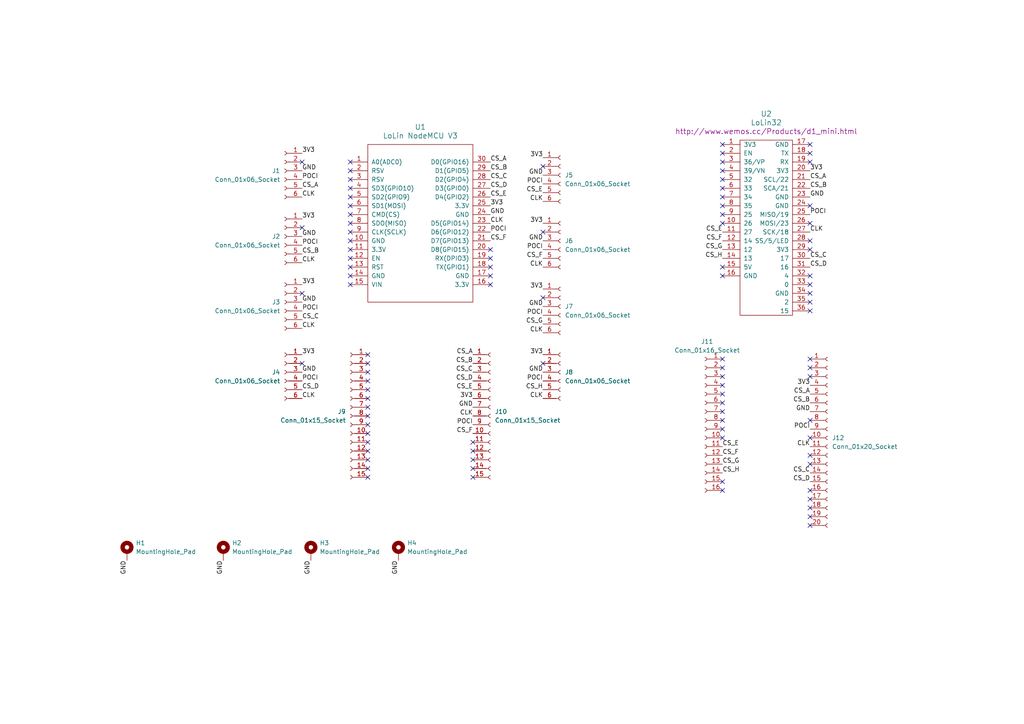
<source format=kicad_sch>
(kicad_sch (version 20230121) (generator eeschema)
  (paper "A4")
  (lib_symbols
    (symbol "Connector:Conn_01x06_Socket" (pin_names (offset 1.016) hide)
      (property "Reference" "J" (at 0 7.62 0))
      (property "Value" "Conn_01x06_Socket" (at 0 -10.16 0))
      (symbol "Conn_01x06_Socket_1_1"
        (arc (start 0 -7.112) (mid -0.5058 -7.62) (end 0 -8.128) (stroke (width 0.1524)))
        (arc (start 0 -4.572) (mid -0.5058 -5.08) (end 0 -5.588) (stroke (width 0.1524)))
        (arc (start 0 -2.032) (mid -0.5058 -2.54) (end 0 -3.048) (stroke (width 0.1524)))
        (polyline (pts (xy -1.27 -7.62) (xy -0.508 -7.62)) (stroke (width 0.1524)))
        (polyline (pts (xy -1.27 -5.08) (xy -0.508 -5.08)) (stroke (width 0.1524)))
        (polyline (pts (xy -1.27 -2.54) (xy -0.508 -2.54)) (stroke (width 0.1524)))
        (polyline (pts (xy -1.27 0) (xy -0.508 0)) (stroke (width 0.1524)))
        (polyline (pts (xy -1.27 2.54) (xy -0.508 2.54)) (stroke (width 0.1524)))
        (polyline (pts (xy -1.27 5.08) (xy -0.508 5.08)) (stroke (width 0.1524)))
        (arc (start 0 0.508) (mid -0.5058 0) (end 0 -0.508) (stroke (width 0.1524)))
        (arc (start 0 3.048) (mid -0.5058 2.54) (end 0 2.032) (stroke (width 0.1524)))
        (arc (start 0 5.588) (mid -0.5058 5.08) (end 0 4.572) (stroke (width 0.1524)))
        (pin passive line (at -5.08 5.08 0) (length 3.81) (name "Pin_1") (number "1"))
        (pin passive line (at -5.08 2.54 0) (length 3.81) (name "Pin_2") (number "2"))
        (pin passive line (at -5.08 0 0) (length 3.81) (name "Pin_3") (number "3"))
        (pin passive line (at -5.08 -2.54 0) (length 3.81) (name "Pin_4") (number "4"))
        (pin passive line (at -5.08 -5.08 0) (length 3.81) (name "Pin_5") (number "5"))
        (pin passive line (at -5.08 -7.62 0) (length 3.81) (name "Pin_6") (number "6"))
      )
    )
    (symbol "Connector:Conn_01x15_Socket" (pin_names (offset 1.016) hide)
      (property "Reference" "J" (at 0 20.32 0))
      (property "Value" "Conn_01x15_Socket" (at 0 -20.32 0))
      (symbol "Conn_01x15_Socket_1_1"
        (arc (start 0 -17.272) (mid -0.5058 -17.78) (end 0 -18.288) (stroke (width 0.1524)))
        (arc (start 0 -14.732) (mid -0.5058 -15.24) (end 0 -15.748) (stroke (width 0.1524)))
        (arc (start 0 -12.192) (mid -0.5058 -12.7) (end 0 -13.208) (stroke (width 0.1524)))
        (arc (start 0 -9.652) (mid -0.5058 -10.16) (end 0 -10.668) (stroke (width 0.1524)))
        (arc (start 0 -7.112) (mid -0.5058 -7.62) (end 0 -8.128) (stroke (width 0.1524)))
        (arc (start 0 -4.572) (mid -0.5058 -5.08) (end 0 -5.588) (stroke (width 0.1524)))
        (arc (start 0 -2.032) (mid -0.5058 -2.54) (end 0 -3.048) (stroke (width 0.1524)))
        (polyline (pts (xy -1.27 -17.78) (xy -0.508 -17.78)) (stroke (width 0.1524)))
        (polyline (pts (xy -1.27 -15.24) (xy -0.508 -15.24)) (stroke (width 0.1524)))
        (polyline (pts (xy -1.27 -12.7) (xy -0.508 -12.7)) (stroke (width 0.1524)))
        (polyline (pts (xy -1.27 -10.16) (xy -0.508 -10.16)) (stroke (width 0.1524)))
        (polyline (pts (xy -1.27 -7.62) (xy -0.508 -7.62)) (stroke (width 0.1524)))
        (polyline (pts (xy -1.27 -5.08) (xy -0.508 -5.08)) (stroke (width 0.1524)))
        (polyline (pts (xy -1.27 -2.54) (xy -0.508 -2.54)) (stroke (width 0.1524)))
        (polyline (pts (xy -1.27 0) (xy -0.508 0)) (stroke (width 0.1524)))
        (polyline (pts (xy -1.27 2.54) (xy -0.508 2.54)) (stroke (width 0.1524)))
        (polyline (pts (xy -1.27 5.08) (xy -0.508 5.08)) (stroke (width 0.1524)))
        (polyline (pts (xy -1.27 7.62) (xy -0.508 7.62)) (stroke (width 0.1524)))
        (polyline (pts (xy -1.27 10.16) (xy -0.508 10.16)) (stroke (width 0.1524)))
        (polyline (pts (xy -1.27 12.7) (xy -0.508 12.7)) (stroke (width 0.1524)))
        (polyline (pts (xy -1.27 15.24) (xy -0.508 15.24)) (stroke (width 0.1524)))
        (polyline (pts (xy -1.27 17.78) (xy -0.508 17.78)) (stroke (width 0.1524)))
        (arc (start 0 0.508) (mid -0.5058 0) (end 0 -0.508) (stroke (width 0.1524)))
        (arc (start 0 3.048) (mid -0.5058 2.54) (end 0 2.032) (stroke (width 0.1524)))
        (arc (start 0 5.588) (mid -0.5058 5.08) (end 0 4.572) (stroke (width 0.1524)))
        (arc (start 0 8.128) (mid -0.5058 7.62) (end 0 7.112) (stroke (width 0.1524)))
        (arc (start 0 10.668) (mid -0.5058 10.16) (end 0 9.652) (stroke (width 0.1524)))
        (arc (start 0 13.208) (mid -0.5058 12.7) (end 0 12.192) (stroke (width 0.1524)))
        (arc (start 0 15.748) (mid -0.5058 15.24) (end 0 14.732) (stroke (width 0.1524)))
        (arc (start 0 18.288) (mid -0.5058 17.78) (end 0 17.272) (stroke (width 0.1524)))
        (pin passive line (at -5.08 17.78 0) (length 3.81) (name "Pin_1") (number "1"))
        (pin passive line (at -5.08 -5.08 0) (length 3.81) (name "Pin_10") (number "10"))
        (pin passive line (at -5.08 -7.62 0) (length 3.81) (name "Pin_11") (number "11"))
        (pin passive line (at -5.08 -10.16 0) (length 3.81) (name "Pin_12") (number "12"))
        (pin passive line (at -5.08 -12.7 0) (length 3.81) (name "Pin_13") (number "13"))
        (pin passive line (at -5.08 -15.24 0) (length 3.81) (name "Pin_14") (number "14"))
        (pin passive line (at -5.08 -17.78 0) (length 3.81) (name "Pin_15") (number "15"))
        (pin passive line (at -5.08 15.24 0) (length 3.81) (name "Pin_2") (number "2"))
        (pin passive line (at -5.08 12.7 0) (length 3.81) (name "Pin_3") (number "3"))
        (pin passive line (at -5.08 10.16 0) (length 3.81) (name "Pin_4") (number "4"))
        (pin passive line (at -5.08 7.62 0) (length 3.81) (name "Pin_5") (number "5"))
        (pin passive line (at -5.08 5.08 0) (length 3.81) (name "Pin_6") (number "6"))
        (pin passive line (at -5.08 2.54 0) (length 3.81) (name "Pin_7") (number "7"))
        (pin passive line (at -5.08 0 0) (length 3.81) (name "Pin_8") (number "8"))
        (pin passive line (at -5.08 -2.54 0) (length 3.81) (name "Pin_9") (number "9"))
      )
    )
    (symbol "Connector:Conn_01x16_Socket" (pin_names (offset 1.016) hide)
      (property "Reference" "J" (at 0 20.32 0))
      (property "Value" "Conn_01x16_Socket" (at 0 -22.86 0))
      (symbol "Conn_01x16_Socket_1_1"
        (arc (start 0 -19.812) (mid -0.5058 -20.32) (end 0 -20.828) (stroke (width 0.1524)))
        (arc (start 0 -17.272) (mid -0.5058 -17.78) (end 0 -18.288) (stroke (width 0.1524)))
        (arc (start 0 -14.732) (mid -0.5058 -15.24) (end 0 -15.748) (stroke (width 0.1524)))
        (arc (start 0 -12.192) (mid -0.5058 -12.7) (end 0 -13.208) (stroke (width 0.1524)))
        (arc (start 0 -9.652) (mid -0.5058 -10.16) (end 0 -10.668) (stroke (width 0.1524)))
        (arc (start 0 -7.112) (mid -0.5058 -7.62) (end 0 -8.128) (stroke (width 0.1524)))
        (arc (start 0 -4.572) (mid -0.5058 -5.08) (end 0 -5.588) (stroke (width 0.1524)))
        (arc (start 0 -2.032) (mid -0.5058 -2.54) (end 0 -3.048) (stroke (width 0.1524)))
        (polyline (pts (xy -1.27 -20.32) (xy -0.508 -20.32)) (stroke (width 0.1524)))
        (polyline (pts (xy -1.27 -17.78) (xy -0.508 -17.78)) (stroke (width 0.1524)))
        (polyline (pts (xy -1.27 -15.24) (xy -0.508 -15.24)) (stroke (width 0.1524)))
        (polyline (pts (xy -1.27 -12.7) (xy -0.508 -12.7)) (stroke (width 0.1524)))
        (polyline (pts (xy -1.27 -10.16) (xy -0.508 -10.16)) (stroke (width 0.1524)))
        (polyline (pts (xy -1.27 -7.62) (xy -0.508 -7.62)) (stroke (width 0.1524)))
        (polyline (pts (xy -1.27 -5.08) (xy -0.508 -5.08)) (stroke (width 0.1524)))
        (polyline (pts (xy -1.27 -2.54) (xy -0.508 -2.54)) (stroke (width 0.1524)))
        (polyline (pts (xy -1.27 0) (xy -0.508 0)) (stroke (width 0.1524)))
        (polyline (pts (xy -1.27 2.54) (xy -0.508 2.54)) (stroke (width 0.1524)))
        (polyline (pts (xy -1.27 5.08) (xy -0.508 5.08)) (stroke (width 0.1524)))
        (polyline (pts (xy -1.27 7.62) (xy -0.508 7.62)) (stroke (width 0.1524)))
        (polyline (pts (xy -1.27 10.16) (xy -0.508 10.16)) (stroke (width 0.1524)))
        (polyline (pts (xy -1.27 12.7) (xy -0.508 12.7)) (stroke (width 0.1524)))
        (polyline (pts (xy -1.27 15.24) (xy -0.508 15.24)) (stroke (width 0.1524)))
        (polyline (pts (xy -1.27 17.78) (xy -0.508 17.78)) (stroke (width 0.1524)))
        (arc (start 0 0.508) (mid -0.5058 0) (end 0 -0.508) (stroke (width 0.1524)))
        (arc (start 0 3.048) (mid -0.5058 2.54) (end 0 2.032) (stroke (width 0.1524)))
        (arc (start 0 5.588) (mid -0.5058 5.08) (end 0 4.572) (stroke (width 0.1524)))
        (arc (start 0 8.128) (mid -0.5058 7.62) (end 0 7.112) (stroke (width 0.1524)))
        (arc (start 0 10.668) (mid -0.5058 10.16) (end 0 9.652) (stroke (width 0.1524)))
        (arc (start 0 13.208) (mid -0.5058 12.7) (end 0 12.192) (stroke (width 0.1524)))
        (arc (start 0 15.748) (mid -0.5058 15.24) (end 0 14.732) (stroke (width 0.1524)))
        (arc (start 0 18.288) (mid -0.5058 17.78) (end 0 17.272) (stroke (width 0.1524)))
        (pin passive line (at -5.08 17.78 0) (length 3.81) (name "Pin_1") (number "1"))
        (pin passive line (at -5.08 -5.08 0) (length 3.81) (name "Pin_10") (number "10"))
        (pin passive line (at -5.08 -7.62 0) (length 3.81) (name "Pin_11") (number "11"))
        (pin passive line (at -5.08 -10.16 0) (length 3.81) (name "Pin_12") (number "12"))
        (pin passive line (at -5.08 -12.7 0) (length 3.81) (name "Pin_13") (number "13"))
        (pin passive line (at -5.08 -15.24 0) (length 3.81) (name "Pin_14") (number "14"))
        (pin passive line (at -5.08 -17.78 0) (length 3.81) (name "Pin_15") (number "15"))
        (pin passive line (at -5.08 -20.32 0) (length 3.81) (name "Pin_16") (number "16"))
        (pin passive line (at -5.08 15.24 0) (length 3.81) (name "Pin_2") (number "2"))
        (pin passive line (at -5.08 12.7 0) (length 3.81) (name "Pin_3") (number "3"))
        (pin passive line (at -5.08 10.16 0) (length 3.81) (name "Pin_4") (number "4"))
        (pin passive line (at -5.08 7.62 0) (length 3.81) (name "Pin_5") (number "5"))
        (pin passive line (at -5.08 5.08 0) (length 3.81) (name "Pin_6") (number "6"))
        (pin passive line (at -5.08 2.54 0) (length 3.81) (name "Pin_7") (number "7"))
        (pin passive line (at -5.08 0 0) (length 3.81) (name "Pin_8") (number "8"))
        (pin passive line (at -5.08 -2.54 0) (length 3.81) (name "Pin_9") (number "9"))
      )
    )
    (symbol "Connector:Conn_01x20_Socket" (pin_names (offset 1.016) hide)
      (property "Reference" "J" (at 0 25.4 0))
      (property "Value" "Conn_01x20_Socket" (at 0 -27.94 0))
      (symbol "Conn_01x20_Socket_1_1"
        (arc (start 0 -24.892) (mid -0.5058 -25.4) (end 0 -25.908) (stroke (width 0.1524)))
        (arc (start 0 -22.352) (mid -0.5058 -22.86) (end 0 -23.368) (stroke (width 0.1524)))
        (arc (start 0 -19.812) (mid -0.5058 -20.32) (end 0 -20.828) (stroke (width 0.1524)))
        (arc (start 0 -17.272) (mid -0.5058 -17.78) (end 0 -18.288) (stroke (width 0.1524)))
        (arc (start 0 -14.732) (mid -0.5058 -15.24) (end 0 -15.748) (stroke (width 0.1524)))
        (arc (start 0 -12.192) (mid -0.5058 -12.7) (end 0 -13.208) (stroke (width 0.1524)))
        (arc (start 0 -9.652) (mid -0.5058 -10.16) (end 0 -10.668) (stroke (width 0.1524)))
        (arc (start 0 -7.112) (mid -0.5058 -7.62) (end 0 -8.128) (stroke (width 0.1524)))
        (arc (start 0 -4.572) (mid -0.5058 -5.08) (end 0 -5.588) (stroke (width 0.1524)))
        (arc (start 0 -2.032) (mid -0.5058 -2.54) (end 0 -3.048) (stroke (width 0.1524)))
        (polyline (pts (xy -1.27 -25.4) (xy -0.508 -25.4)) (stroke (width 0.1524)))
        (polyline (pts (xy -1.27 -22.86) (xy -0.508 -22.86)) (stroke (width 0.1524)))
        (polyline (pts (xy -1.27 -20.32) (xy -0.508 -20.32)) (stroke (width 0.1524)))
        (polyline (pts (xy -1.27 -17.78) (xy -0.508 -17.78)) (stroke (width 0.1524)))
        (polyline (pts (xy -1.27 -15.24) (xy -0.508 -15.24)) (stroke (width 0.1524)))
        (polyline (pts (xy -1.27 -12.7) (xy -0.508 -12.7)) (stroke (width 0.1524)))
        (polyline (pts (xy -1.27 -10.16) (xy -0.508 -10.16)) (stroke (width 0.1524)))
        (polyline (pts (xy -1.27 -7.62) (xy -0.508 -7.62)) (stroke (width 0.1524)))
        (polyline (pts (xy -1.27 -5.08) (xy -0.508 -5.08)) (stroke (width 0.1524)))
        (polyline (pts (xy -1.27 -2.54) (xy -0.508 -2.54)) (stroke (width 0.1524)))
        (polyline (pts (xy -1.27 0) (xy -0.508 0)) (stroke (width 0.1524)))
        (polyline (pts (xy -1.27 2.54) (xy -0.508 2.54)) (stroke (width 0.1524)))
        (polyline (pts (xy -1.27 5.08) (xy -0.508 5.08)) (stroke (width 0.1524)))
        (polyline (pts (xy -1.27 7.62) (xy -0.508 7.62)) (stroke (width 0.1524)))
        (polyline (pts (xy -1.27 10.16) (xy -0.508 10.16)) (stroke (width 0.1524)))
        (polyline (pts (xy -1.27 12.7) (xy -0.508 12.7)) (stroke (width 0.1524)))
        (polyline (pts (xy -1.27 15.24) (xy -0.508 15.24)) (stroke (width 0.1524)))
        (polyline (pts (xy -1.27 17.78) (xy -0.508 17.78)) (stroke (width 0.1524)))
        (polyline (pts (xy -1.27 20.32) (xy -0.508 20.32)) (stroke (width 0.1524)))
        (polyline (pts (xy -1.27 22.86) (xy -0.508 22.86)) (stroke (width 0.1524)))
        (arc (start 0 0.508) (mid -0.5058 0) (end 0 -0.508) (stroke (width 0.1524)))
        (arc (start 0 3.048) (mid -0.5058 2.54) (end 0 2.032) (stroke (width 0.1524)))
        (arc (start 0 5.588) (mid -0.5058 5.08) (end 0 4.572) (stroke (width 0.1524)))
        (arc (start 0 8.128) (mid -0.5058 7.62) (end 0 7.112) (stroke (width 0.1524)))
        (arc (start 0 10.668) (mid -0.5058 10.16) (end 0 9.652) (stroke (width 0.1524)))
        (arc (start 0 13.208) (mid -0.5058 12.7) (end 0 12.192) (stroke (width 0.1524)))
        (arc (start 0 15.748) (mid -0.5058 15.24) (end 0 14.732) (stroke (width 0.1524)))
        (arc (start 0 18.288) (mid -0.5058 17.78) (end 0 17.272) (stroke (width 0.1524)))
        (arc (start 0 20.828) (mid -0.5058 20.32) (end 0 19.812) (stroke (width 0.1524)))
        (arc (start 0 23.368) (mid -0.5058 22.86) (end 0 22.352) (stroke (width 0.1524)))
        (pin passive line (at -5.08 22.86 0) (length 3.81) (name "Pin_1") (number "1"))
        (pin passive line (at -5.08 0 0) (length 3.81) (name "Pin_10") (number "10"))
        (pin passive line (at -5.08 -2.54 0) (length 3.81) (name "Pin_11") (number "11"))
        (pin passive line (at -5.08 -5.08 0) (length 3.81) (name "Pin_12") (number "12"))
        (pin passive line (at -5.08 -7.62 0) (length 3.81) (name "Pin_13") (number "13"))
        (pin passive line (at -5.08 -10.16 0) (length 3.81) (name "Pin_14") (number "14"))
        (pin passive line (at -5.08 -12.7 0) (length 3.81) (name "Pin_15") (number "15"))
        (pin passive line (at -5.08 -15.24 0) (length 3.81) (name "Pin_16") (number "16"))
        (pin passive line (at -5.08 -17.78 0) (length 3.81) (name "Pin_17") (number "17"))
        (pin passive line (at -5.08 -20.32 0) (length 3.81) (name "Pin_18") (number "18"))
        (pin passive line (at -5.08 -22.86 0) (length 3.81) (name "Pin_19") (number "19"))
        (pin passive line (at -5.08 20.32 0) (length 3.81) (name "Pin_2") (number "2"))
        (pin passive line (at -5.08 -25.4 0) (length 3.81) (name "Pin_20") (number "20"))
        (pin passive line (at -5.08 17.78 0) (length 3.81) (name "Pin_3") (number "3"))
        (pin passive line (at -5.08 15.24 0) (length 3.81) (name "Pin_4") (number "4"))
        (pin passive line (at -5.08 12.7 0) (length 3.81) (name "Pin_5") (number "5"))
        (pin passive line (at -5.08 10.16 0) (length 3.81) (name "Pin_6") (number "6"))
        (pin passive line (at -5.08 7.62 0) (length 3.81) (name "Pin_7") (number "7"))
        (pin passive line (at -5.08 5.08 0) (length 3.81) (name "Pin_8") (number "8"))
        (pin passive line (at -5.08 2.54 0) (length 3.81) (name "Pin_9") (number "9"))
      )
    )
    (symbol "ESP8266:NodeMCU_1.0_(ESP-12E)" (pin_names (offset 1.016))
      (property "Reference" "U" (at 0 21.59 0))
      (property "Value" "NodeMCU_1.0_(ESP-12E)" (at 0 -21.59 0))
      (symbol "NodeMCU_1.0_(ESP-12E)_0_1"
        (rectangle (start -15.24 -22.86) (end 15.24 22.86))
      )
      (symbol "NodeMCU_1.0_(ESP-12E)_1_1"
        (pin input line (at -20.32 17.78 0) (length 5.08) (name "A0(ADC0)") (number "1"))
        (pin input line (at -20.32 -5.08 0) (length 5.08) (name "GND") (number "10"))
        (pin power_out line (at -20.32 -7.62 0) (length 5.08) (name "3.3V") (number "11"))
        (pin input line (at -20.32 -10.16 0) (length 5.08) (name "EN") (number "12"))
        (pin input line (at -20.32 -12.7 0) (length 5.08) (name "RST") (number "13"))
        (pin power_in line (at -20.32 -15.24 0) (length 5.08) (name "GND") (number "14"))
        (pin power_in line (at -20.32 -17.78 0) (length 5.08) (name "VIN") (number "15"))
        (pin power_out line (at 20.32 -17.78 180) (length 5.08) (name "3.3V") (number "16"))
        (pin power_in line (at 20.32 -15.24 180) (length 5.08) (name "GND") (number "17"))
        (pin bidirectional line (at 20.32 -12.7 180) (length 5.08) (name "TX(GPIO1)") (number "18"))
        (pin bidirectional line (at 20.32 -10.16 180) (length 5.08) (name "RX(DPIO3)") (number "19"))
        (pin input line (at -20.32 15.24 0) (length 5.08) (name "RSV") (number "2"))
        (pin bidirectional line (at 20.32 -7.62 180) (length 5.08) (name "D8(GPIO15)") (number "20"))
        (pin bidirectional line (at 20.32 -5.08 180) (length 5.08) (name "D7(GPIO13)") (number "21"))
        (pin bidirectional line (at 20.32 -2.54 180) (length 5.08) (name "D6(GPIO12)") (number "22"))
        (pin bidirectional line (at 20.32 0 180) (length 5.08) (name "D5(GPIO14)") (number "23"))
        (pin power_in line (at 20.32 2.54 180) (length 5.08) (name "GND") (number "24"))
        (pin power_out line (at 20.32 5.08 180) (length 5.08) (name "3.3V") (number "25"))
        (pin bidirectional line (at 20.32 7.62 180) (length 5.08) (name "D4(GPIO2)") (number "26"))
        (pin bidirectional line (at 20.32 10.16 180) (length 5.08) (name "D3(GPIO0)") (number "27"))
        (pin bidirectional line (at 20.32 12.7 180) (length 5.08) (name "D2(GPIO4)") (number "28"))
        (pin bidirectional line (at 20.32 15.24 180) (length 5.08) (name "D1(GPIO5)") (number "29"))
        (pin input line (at -20.32 12.7 0) (length 5.08) (name "RSV") (number "3"))
        (pin bidirectional line (at 20.32 17.78 180) (length 5.08) (name "D0(GPIO16)") (number "30"))
        (pin bidirectional line (at -20.32 10.16 0) (length 5.08) (name "SD3(GPIO10)") (number "4"))
        (pin bidirectional line (at -20.32 7.62 0) (length 5.08) (name "SD2(GPIO9)") (number "5"))
        (pin bidirectional line (at -20.32 5.08 0) (length 5.08) (name "SD1(MOSI)") (number "6"))
        (pin bidirectional line (at -20.32 2.54 0) (length 5.08) (name "CMD(CS)") (number "7"))
        (pin bidirectional line (at -20.32 0 0) (length 5.08) (name "SDO(MISO)") (number "8"))
        (pin bidirectional line (at -20.32 -2.54 0) (length 5.08) (name "CLK(SCLK)") (number "9"))
      )
    )
    (symbol "Mechanical:MountingHole_Pad" (pin_numbers hide) (pin_names (offset 1.016) hide)
      (property "Reference" "H" (at 0 6.35 0))
      (property "Value" "MountingHole_Pad" (at 0 4.445 0))
      (symbol "MountingHole_Pad_0_1"
        (circle (center 0 1.27) (radius 1.27) (stroke (width 1.27)))
      )
      (symbol "MountingHole_Pad_1_1"
        (pin input line (at 0 -2.54 90) (length 2.54) (name "1") (number "1"))
      )
    )
    (symbol "wemos:Wemos_LoLin32" (pin_names (offset 1.016))
      (property "Reference" "U" (at 0 26.67 0))
      (property "Value" "Wemos_LoLin32" (at 0 -27.94 0))
      (property "Datasheet" "http://www.wemos.cc/Products/d1_mini.html" (at 13.97 -11.43 0))
      (symbol "Wemos_LoLin32_0_1"
        (rectangle (start -7.62 25.4) (end 7.62 -25.4))
      )
      (symbol "Wemos_LoLin32_1_1"
        (pin power_out line (at -12.7 24.13 0) (length 5.08) (name "3V3") (number "1"))
        (pin bidirectional line (at -12.7 1.27 0) (length 5.08) (name "26") (number "10"))
        (pin bidirectional line (at -12.7 -1.27 0) (length 5.08) (name "27") (number "11"))
        (pin bidirectional line (at -12.7 -3.81 0) (length 5.08) (name "14") (number "12"))
        (pin bidirectional line (at -12.7 -6.35 0) (length 5.08) (name "12") (number "13"))
        (pin bidirectional line (at -12.7 -8.89 0) (length 5.08) (name "13") (number "14"))
        (pin power_in line (at -12.7 -11.43 0) (length 5.08) (name "5V") (number "15"))
        (pin power_in line (at -12.7 -13.97 0) (length 5.08) (name "GND") (number "16"))
        (pin power_in line (at 12.7 24.13 180) (length 5.08) (name "GND") (number "17"))
        (pin output line (at 12.7 21.59 180) (length 5.08) (name "TX") (number "18"))
        (pin input line (at 12.7 19.05 180) (length 5.08) (name "RX") (number "19"))
        (pin bidirectional line (at -12.7 21.59 0) (length 5.08) (name "EN") (number "2"))
        (pin power_out line (at 12.7 16.51 180) (length 5.08) (name "3V3") (number "20"))
        (pin bidirectional line (at 12.7 13.97 180) (length 5.08) (name "SCL/22") (number "21"))
        (pin bidirectional line (at 12.7 11.43 180) (length 5.08) (name "SCA/21") (number "22"))
        (pin power_in line (at 12.7 8.89 180) (length 5.08) (name "GND") (number "23"))
        (pin power_in line (at 12.7 6.35 180) (length 5.08) (name "GND") (number "24"))
        (pin bidirectional line (at 12.7 3.81 180) (length 5.08) (name "MISO/19") (number "25"))
        (pin bidirectional line (at 12.7 1.27 180) (length 5.08) (name "MOSI/23") (number "26"))
        (pin bidirectional line (at 12.7 -1.27 180) (length 5.08) (name "SCK/18") (number "27"))
        (pin bidirectional line (at 12.7 -3.81 180) (length 5.08) (name "SS/5/LED") (number "28"))
        (pin power_out line (at 12.7 -6.35 180) (length 5.08) (name "3V3") (number "29"))
        (pin bidirectional line (at -12.7 19.05 0) (length 5.08) (name "36/VP") (number "3"))
        (pin bidirectional line (at 12.7 -8.89 180) (length 5.08) (name "17") (number "30"))
        (pin bidirectional line (at 12.7 -11.43 180) (length 5.08) (name "16") (number "31"))
        (pin bidirectional line (at 12.7 -13.97 180) (length 5.08) (name "4") (number "32"))
        (pin bidirectional line (at 12.7 -16.51 180) (length 5.08) (name "0") (number "33"))
        (pin power_in line (at 12.7 -19.05 180) (length 5.08) (name "GND") (number "34"))
        (pin bidirectional line (at 12.7 -21.59 180) (length 5.08) (name "2") (number "35"))
        (pin bidirectional line (at 12.7 -24.13 180) (length 5.08) (name "15") (number "36"))
        (pin bidirectional line (at -12.7 16.51 0) (length 5.08) (name "39/VN") (number "4"))
        (pin bidirectional line (at -12.7 13.97 0) (length 5.08) (name "32") (number "5"))
        (pin bidirectional line (at -12.7 11.43 0) (length 5.08) (name "33") (number "6"))
        (pin bidirectional line (at -12.7 8.89 0) (length 5.08) (name "34") (number "7"))
        (pin bidirectional line (at -12.7 6.35 0) (length 5.08) (name "35") (number "8"))
        (pin bidirectional line (at -12.7 3.81 0) (length 5.08) (name "25") (number "9"))
      )
    )
  )
  (no_connect (at 209.55 104.14))
  (no_connect (at 101.6 64.77))
  (no_connect (at 106.68 115.57))
  (no_connect (at 234.95 104.14))
  (no_connect (at 234.95 142.24))
  (no_connect (at 209.55 57.15))
  (no_connect (at 87.63 105.41))
  (no_connect (at 234.95 109.22))
  (no_connect (at 87.63 85.09))
  (no_connect (at 101.6 74.93))
  (no_connect (at 106.68 123.19))
  (no_connect (at 101.6 77.47))
  (no_connect (at 101.6 82.55))
  (no_connect (at 106.68 118.11))
  (no_connect (at 234.95 44.45))
  (no_connect (at 106.68 133.35))
  (no_connect (at 101.6 80.01))
  (no_connect (at 234.95 152.4))
  (no_connect (at 101.6 57.15))
  (no_connect (at 234.95 64.77))
  (no_connect (at 137.16 128.27))
  (no_connect (at 157.48 48.26))
  (no_connect (at 209.55 54.61))
  (no_connect (at 234.95 85.09))
  (no_connect (at 106.68 105.41))
  (no_connect (at 142.24 82.55))
  (no_connect (at 142.24 80.01))
  (no_connect (at 209.55 77.47))
  (no_connect (at 106.68 130.81))
  (no_connect (at 101.6 69.85))
  (no_connect (at 209.55 41.91))
  (no_connect (at 234.95 132.08))
  (no_connect (at 234.95 106.68))
  (no_connect (at 234.95 69.85))
  (no_connect (at 234.95 59.69))
  (no_connect (at 209.55 139.7))
  (no_connect (at 234.95 46.99))
  (no_connect (at 234.95 147.32))
  (no_connect (at 209.55 127))
  (no_connect (at 209.55 124.46))
  (no_connect (at 209.55 59.69))
  (no_connect (at 209.55 52.07))
  (no_connect (at 101.6 72.39))
  (no_connect (at 209.55 111.76))
  (no_connect (at 101.6 62.23))
  (no_connect (at 87.63 46.99))
  (no_connect (at 106.68 113.03))
  (no_connect (at 101.6 46.99))
  (no_connect (at 101.6 59.69))
  (no_connect (at 106.68 107.95))
  (no_connect (at 234.95 144.78))
  (no_connect (at 209.55 121.92))
  (no_connect (at 106.68 102.87))
  (no_connect (at 234.95 82.55))
  (no_connect (at 106.68 120.65))
  (no_connect (at 209.55 64.77))
  (no_connect (at 101.6 49.53))
  (no_connect (at 142.24 72.39))
  (no_connect (at 209.55 116.84))
  (no_connect (at 209.55 142.24))
  (no_connect (at 157.48 86.36))
  (no_connect (at 234.95 134.62))
  (no_connect (at 87.63 66.04))
  (no_connect (at 157.48 67.31))
  (no_connect (at 234.95 127))
  (no_connect (at 234.95 87.63))
  (no_connect (at 106.68 135.89))
  (no_connect (at 209.55 46.99))
  (no_connect (at 234.95 41.91))
  (no_connect (at 234.95 90.17))
  (no_connect (at 209.55 114.3))
  (no_connect (at 209.55 49.53))
  (no_connect (at 209.55 119.38))
  (no_connect (at 101.6 67.31))
  (no_connect (at 234.95 149.86))
  (no_connect (at 106.68 110.49))
  (no_connect (at 106.68 125.73))
  (no_connect (at 137.16 130.81))
  (no_connect (at 209.55 106.68))
  (no_connect (at 106.68 128.27))
  (no_connect (at 234.95 80.01))
  (no_connect (at 101.6 54.61))
  (no_connect (at 142.24 74.93))
  (no_connect (at 209.55 44.45))
  (no_connect (at 234.95 72.39))
  (no_connect (at 209.55 80.01))
  (no_connect (at 101.6 52.07))
  (no_connect (at 137.16 133.35))
  (no_connect (at 234.95 121.92))
  (no_connect (at 137.16 135.89))
  (no_connect (at 106.68 138.43))
  (no_connect (at 209.55 62.23))
  (no_connect (at 157.48 105.41))
  (no_connect (at 209.55 109.22))
  (no_connect (at 137.16 138.43))
  (no_connect (at 142.24 77.47))
  (label "CS_C" (at 234.95 137.16 180))
  (label "CS_H" (at 209.55 137.16 0))
  (label "CS_F" (at 209.55 132.08 0))
  (label "CS_G" (at 157.48 93.98 180))
  (label "CLK" (at 157.48 96.52 180))
  (label "CS_E" (at 209.55 129.54 0))
  (label "CLK" (at 234.95 129.54 180))
  (label "CS_E" (at 157.48 55.88 180))
  (label "CS_B" (at 234.95 116.84 180))
  (label "CS_B" (at 137.16 105.41 180))
  (label "3V3" (at 87.63 82.55 0))
  (label "3V3" (at 87.63 63.5 0))
  (label "CS_B" (at 142.24 49.53 0))
  (label "CS_A" (at 87.63 54.61 0))
  (label "CS_F" (at 157.48 74.93 180))
  (label "POCI" (at 87.63 90.17 0))
  (label "CS_F" (at 142.24 69.85 0))
  (label "3V3" (at 234.95 49.53 0))
  (label "CS_D" (at 87.63 113.03 0))
  (label "POCI" (at 157.48 110.49 180))
  (label "CLK" (at 87.63 76.2 0))
  (label "GND" (at 36.83 162.56 270))
  (label "CS_H" (at 209.55 74.93 180))
  (label "POCI" (at 87.63 52.07 0))
  (label "GND" (at 157.48 107.95 180))
  (label "GND" (at 87.63 87.63 0))
  (label "CLK" (at 87.63 115.57 0))
  (label "CS_C" (at 87.63 92.71 0))
  (label "CS_E" (at 137.16 113.03 180))
  (label "CS_D" (at 234.95 139.7 180))
  (label "CS_C" (at 142.24 52.07 0))
  (label "CS_D" (at 142.24 54.61 0))
  (label "CLK" (at 87.63 57.15 0))
  (label "CS_E" (at 209.55 67.31 180))
  (label "GND" (at 234.95 119.38 180))
  (label "CLK" (at 87.63 95.25 0))
  (label "GND" (at 157.48 88.9 180))
  (label "3V3" (at 157.48 64.77 180))
  (label "3V3" (at 157.48 102.87 180))
  (label "POCI" (at 234.95 62.23 0))
  (label "GND" (at 234.95 57.15 0))
  (label "CS_E" (at 142.24 57.15 0))
  (label "CS_A" (at 234.95 52.07 0))
  (label "POCI" (at 87.63 110.49 0))
  (label "POCI" (at 142.24 67.31 0))
  (label "CS_B" (at 234.95 54.61 0))
  (label "CS_D" (at 234.95 77.47 0))
  (label "GND" (at 142.24 62.23 0))
  (label "CLK" (at 157.48 58.42 180))
  (label "CS_C" (at 137.16 107.95 180))
  (label "GND" (at 87.63 107.95 0))
  (label "POCI" (at 157.48 72.39 180))
  (label "POCI" (at 87.63 71.12 0))
  (label "CLK" (at 234.95 67.31 0))
  (label "CS_C" (at 234.95 74.93 0))
  (label "POCI" (at 157.48 91.44 180))
  (label "GND" (at 157.48 69.85 180))
  (label "GND" (at 137.16 118.11 180))
  (label "3V3" (at 87.63 102.87 0))
  (label "GND" (at 64.77 162.56 270))
  (label "GND" (at 157.48 50.8 180))
  (label "POCI" (at 157.48 53.34 180))
  (label "POCI" (at 234.95 124.46 180))
  (label "3V3" (at 157.48 83.82 180))
  (label "CLK" (at 157.48 115.57 180))
  (label "CS_A" (at 142.24 46.99 0))
  (label "CS_B" (at 87.63 73.66 0))
  (label "3V3" (at 137.16 115.57 180))
  (label "POCI" (at 137.16 123.19 180))
  (label "GND" (at 87.63 49.53 0))
  (label "CS_H" (at 157.48 113.03 180))
  (label "CS_D" (at 137.16 110.49 180))
  (label "CLK" (at 137.16 120.65 180))
  (label "3V3" (at 234.95 111.76 180))
  (label "CS_G" (at 209.55 134.62 0))
  (label "CS_A" (at 137.16 102.87 180))
  (label "3V3" (at 87.63 44.45 0))
  (label "3V3" (at 142.24 59.69 0))
  (label "GND" (at 90.17 162.56 270))
  (label "3V3" (at 157.48 45.72 180))
  (label "CS_F" (at 137.16 125.73 180))
  (label "CS_G" (at 209.55 72.39 180))
  (label "GND" (at 87.63 68.58 0))
  (label "GND" (at 115.57 162.56 270))
  (label "CS_A" (at 234.95 114.3 180))
  (label "CLK" (at 142.24 64.77 0))
  (label "CLK" (at 157.48 77.47 180))
  (label "CS_F" (at 209.55 69.85 180))
  (symbol (lib_id "wemos:Wemos_LoLin32") (at 222.25 66.04 0) (unit 1)
    (property "Reference" "U2" (at 222.25 33.02 0) (effects (font (size 1.524 1.524))))
    (property "Value" "LoLin32" (at 222.25 35.56 0) (effects (font (size 1.524 1.524))))
    (property "Footprint" "Wemos:LoLin_32_Board_clean" (effects hide))
    (property "Datasheet" "http://www.wemos.cc/Products/d1_mini.html" (at 222.25 38.1 0) (effects (font (size 1.524 1.524))))
  )
  (symbol (lib_id "Mechanical:MountingHole_Pad") (at 64.77 160.02 0) (unit 1)
    (property "Reference" "H2" (at 67.31 157.48 0) (effects (justify left)))
    (property "Value" "MountingHole_Pad" (at 67.31 160.02 0) (effects (justify left)))
    (property "Footprint" "MountingHole:MountingHole_2.7mm_M2.5_DIN965_Pad_TopBottom" (effects hide))
  )
  (symbol (lib_id "Connector:Conn_01x15_Socket") (at 142.24 120.65 0) (unit 1)
    (property "Reference" "J10" (at 143.51 119.38 0) (effects (justify left)))
    (property "Value" "Conn_01x15_Socket" (at 143.51 121.92 0) (effects (justify left)))
    (property "Footprint" "Connector_PinSocket_2.54mm:PinSocket_1x15_P2.54mm_Vertical" (effects hide))
  )
  (symbol (lib_id "Connector:Conn_01x06_Socket") (at 162.56 69.85 0) (unit 1)
    (property "Reference" "J6" (at 163.83 69.85 0) (effects (justify left)))
    (property "Value" "Conn_01x06_Socket" (at 163.83 72.39 0) (effects (justify left)))
    (property "Footprint" "Connector_PinSocket_2.54mm:PinSocket_1x06_P2.54mm_Vertical" (effects hide))
  )
  (symbol (lib_id "Connector:Conn_01x06_Socket") (at 82.55 87.63 0) (mirror y) (unit 1)
    (property "Reference" "J3" (at 81.28 87.63 0) (effects (justify left)))
    (property "Value" "Conn_01x06_Socket" (at 81.28 90.17 0) (effects (justify left)))
    (property "Footprint" "Connector_PinSocket_2.54mm:PinSocket_1x06_P2.54mm_Vertical" (effects hide))
  )
  (symbol (lib_id "ESP8266:NodeMCU_1.0_(ESP-12E)") (at 121.92 64.77 0) (unit 1)
    (property "Reference" "U1" (at 121.92 36.83 0) (effects (font (size 1.524 1.524))))
    (property "Value" "LoLin NodeMCU V3" (at 121.92 39.37 0) (effects (font (size 1.524 1.524))))
    (property "Footprint" "ESP8266:NodeMCU-LoLinV3" (effects hide))
  )
  (symbol (lib_id "Connector:Conn_01x06_Socket") (at 162.56 50.8 0) (unit 1)
    (property "Reference" "J5" (at 163.83 50.8 0) (effects (justify left)))
    (property "Value" "Conn_01x06_Socket" (at 163.83 53.34 0) (effects (justify left)))
    (property "Footprint" "Connector_PinSocket_2.54mm:PinSocket_1x06_P2.54mm_Vertical" (effects hide))
  )
  (symbol (lib_id "Connector:Conn_01x16_Socket") (at 204.47 121.92 0) (mirror y) (unit 1)
    (property "Reference" "J11" (at 205.105 99.06 0))
    (property "Value" "Conn_01x16_Socket" (at 205.105 101.6 0))
    (property "Footprint" "Connector_PinSocket_2.54mm:PinSocket_1x16_P2.54mm_Vertical" (effects hide))
  )
  (symbol (lib_id "Connector:Conn_01x06_Socket") (at 82.55 49.53 0) (mirror y) (unit 1)
    (property "Reference" "J1" (at 81.28 49.53 0) (effects (justify left)))
    (property "Value" "Conn_01x06_Socket" (at 81.28 52.07 0) (effects (justify left)))
    (property "Footprint" "Connector_PinSocket_2.54mm:PinSocket_1x06_P2.54mm_Vertical" (effects hide))
  )
  (symbol (lib_id "Connector:Conn_01x06_Socket") (at 162.56 88.9 0) (unit 1)
    (property "Reference" "J7" (at 163.83 88.9 0) (effects (justify left)))
    (property "Value" "Conn_01x06_Socket" (at 163.83 91.44 0) (effects (justify left)))
    (property "Footprint" "Connector_PinSocket_2.54mm:PinSocket_1x06_P2.54mm_Vertical" (effects hide))
  )
  (symbol (lib_id "Mechanical:MountingHole_Pad") (at 36.83 160.02 0) (unit 1)
    (property "Reference" "H1" (at 39.37 157.48 0) (effects (justify left)))
    (property "Value" "MountingHole_Pad" (at 39.37 160.02 0) (effects (justify left)))
    (property "Footprint" "MountingHole:MountingHole_2.7mm_M2.5_DIN965_Pad_TopBottom" (effects hide))
  )
  (symbol (lib_id "Connector:Conn_01x06_Socket") (at 82.55 68.58 0) (mirror y) (unit 1)
    (property "Reference" "J2" (at 81.28 68.58 0) (effects (justify left)))
    (property "Value" "Conn_01x06_Socket" (at 81.28 71.12 0) (effects (justify left)))
    (property "Footprint" "Connector_PinSocket_2.54mm:PinSocket_1x06_P2.54mm_Vertical" (effects hide))
  )
  (symbol (lib_id "Connector:Conn_01x20_Socket") (at 240.03 127 0) (unit 1)
    (property "Reference" "J12" (at 241.3 127 0) (effects (justify left)))
    (property "Value" "Conn_01x20_Socket" (at 241.3 129.54 0) (effects (justify left)))
    (property "Footprint" "Connector_PinSocket_2.54mm:PinSocket_1x20_P2.54mm_Vertical" (effects hide))
  )
  (symbol (lib_id "Mechanical:MountingHole_Pad") (at 115.57 160.02 0) (unit 1)
    (property "Reference" "H4" (at 118.11 157.48 0) (effects (justify left)))
    (property "Value" "MountingHole_Pad" (at 118.11 160.02 0) (effects (justify left)))
    (property "Footprint" "MountingHole:MountingHole_2.7mm_M2.5_DIN965_Pad_TopBottom" (effects hide))
  )
  (symbol (lib_id "Connector:Conn_01x06_Socket") (at 82.55 107.95 0) (mirror y) (unit 1)
    (property "Reference" "J4" (at 81.28 107.95 0) (effects (justify left)))
    (property "Value" "Conn_01x06_Socket" (at 81.28 110.49 0) (effects (justify left)))
    (property "Footprint" "Connector_PinSocket_2.54mm:PinSocket_1x06_P2.54mm_Vertical" (effects hide))
  )
  (symbol (lib_id "Connector:Conn_01x06_Socket") (at 162.56 107.95 0) (unit 1)
    (property "Reference" "J8" (at 163.83 107.95 0) (effects (justify left)))
    (property "Value" "Conn_01x06_Socket" (at 163.83 110.49 0) (effects (justify left)))
    (property "Footprint" "Connector_PinSocket_2.54mm:PinSocket_1x06_P2.54mm_Vertical" (effects hide))
  )
  (symbol (lib_id "Mechanical:MountingHole_Pad") (at 90.17 160.02 0) (unit 1)
    (property "Reference" "H3" (at 92.71 157.48 0) (effects (justify left)))
    (property "Value" "MountingHole_Pad" (at 92.71 160.02 0) (effects (justify left)))
    (property "Footprint" "MountingHole:MountingHole_2.7mm_M2.5_DIN965_Pad_TopBottom" (effects hide))
  )
  (symbol (lib_id "Connector:Conn_01x15_Socket") (at 101.6 120.65 0) (mirror y) (unit 1)
    (property "Reference" "J9" (at 100.33 119.38 0) (effects (justify left)))
    (property "Value" "Conn_01x15_Socket" (at 100.33 121.92 0) (effects (justify left)))
    (property "Footprint" "Connector_PinSocket_2.54mm:PinSocket_1x15_P2.54mm_Vertical" (effects hide))
  )
)
</source>
